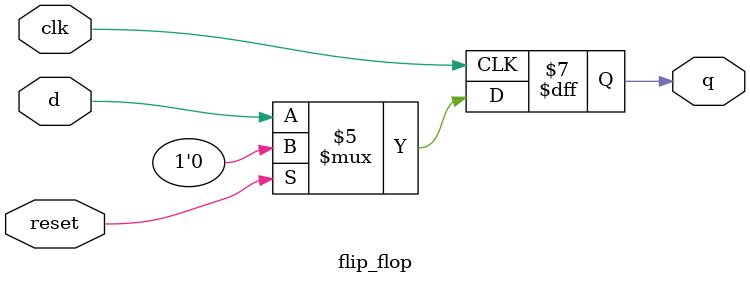
<source format=v>

module flip_flop(
  input wire clk,
  input wire d,
  input reset,

  output reg q=1'b0
);

always @(posedge clk)
begin
  if(reset==1)
      q <= 1'b0;
  else
      q<=d;
end

endmodule

</source>
